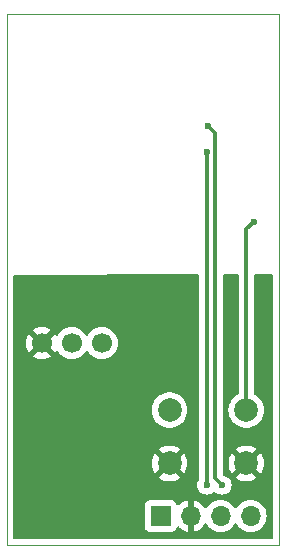
<source format=gbr>
%TF.GenerationSoftware,KiCad,Pcbnew,8.0.6*%
%TF.CreationDate,2024-10-25T11:33:00+01:00*%
%TF.ProjectId,ac-freedom_to-esphome,61632d66-7265-4656-946f-6d5f746f2d65,rev?*%
%TF.SameCoordinates,Original*%
%TF.FileFunction,Copper,L2,Bot*%
%TF.FilePolarity,Positive*%
%FSLAX46Y46*%
G04 Gerber Fmt 4.6, Leading zero omitted, Abs format (unit mm)*
G04 Created by KiCad (PCBNEW 8.0.6) date 2024-10-25 11:33:00*
%MOMM*%
%LPD*%
G01*
G04 APERTURE LIST*
%TA.AperFunction,ComponentPad*%
%ADD10R,1.700000X1.700000*%
%TD*%
%TA.AperFunction,ComponentPad*%
%ADD11O,1.700000X1.700000*%
%TD*%
%TA.AperFunction,ComponentPad*%
%ADD12C,1.700000*%
%TD*%
%TA.AperFunction,ComponentPad*%
%ADD13C,2.000000*%
%TD*%
%TA.AperFunction,ViaPad*%
%ADD14C,0.600000*%
%TD*%
%TA.AperFunction,Conductor*%
%ADD15C,0.300000*%
%TD*%
%TA.AperFunction,Profile*%
%ADD16C,0.050000*%
%TD*%
G04 APERTURE END LIST*
D10*
%TO.P,J2,1,Pin_1*%
%TO.N,VDD*%
X13000000Y2500000D03*
D11*
%TO.P,J2,2,Pin_2*%
%TO.N,GND*%
X15540000Y2500000D03*
%TO.P,J2,3,Pin_3*%
%TO.N,/UART_RX*%
X18080000Y2500000D03*
%TO.P,J2,4,Pin_4*%
%TO.N,/UART_TX*%
X20620000Y2500000D03*
%TD*%
D12*
%TO.P,J1,1,Pin_1*%
%TO.N,VCC*%
X8011400Y17120000D03*
%TO.P,J1,2,Pin_2*%
%TO.N,VDD*%
X5471400Y17120000D03*
%TO.P,J1,3,Pin_3*%
%TO.N,GND*%
X2931400Y17120000D03*
%TD*%
D13*
%TO.P,SW1,1,1*%
%TO.N,Net-(U1-GPIO0)*%
X13750000Y11450000D03*
X20250000Y11450000D03*
%TO.P,SW1,2,2*%
%TO.N,GND*%
X13750000Y6950000D03*
X20250000Y6950000D03*
%TD*%
D14*
%TO.N,/UART_RX*%
X16900000Y33300000D03*
X16900000Y5100000D03*
%TO.N,/UART_TX*%
X18200000Y5100000D03*
X17000000Y35500000D03*
%TO.N,Net-(U1-GPIO0)*%
X20900000Y27400000D03*
%TD*%
D15*
%TO.N,/UART_RX*%
X16900000Y5100000D02*
X16900000Y33300000D01*
%TO.N,/UART_TX*%
X17600000Y34900000D02*
X17000000Y35500000D01*
X17600000Y5700000D02*
X17600000Y34900000D01*
X18200000Y5100000D02*
X17600000Y5700000D01*
%TO.N,Net-(U1-GPIO0)*%
X20250000Y26750000D02*
X20250000Y11450000D01*
X20900000Y27400000D02*
X20250000Y26750000D01*
%TD*%
%TA.AperFunction,Conductor*%
%TO.N,GND*%
G36*
X22442085Y22977888D02*
G01*
X22488069Y22925283D01*
X22499500Y22873282D01*
X22499500Y624500D01*
X22479815Y557461D01*
X22427011Y511706D01*
X22375500Y500500D01*
X624500Y500500D01*
X557461Y520185D01*
X511706Y572989D01*
X500500Y624500D01*
X500500Y3397864D01*
X11649500Y3397864D01*
X11649500Y1602129D01*
X11649501Y1602123D01*
X11655908Y1542516D01*
X11706202Y1407671D01*
X11706206Y1407664D01*
X11792452Y1292455D01*
X11792455Y1292452D01*
X11907664Y1206206D01*
X11907671Y1206202D01*
X12042517Y1155908D01*
X12042516Y1155908D01*
X12102116Y1149501D01*
X12102119Y1149500D01*
X12102127Y1149500D01*
X12102134Y1149500D01*
X12102135Y1149500D01*
X13897870Y1149500D01*
X13897876Y1149501D01*
X13957483Y1155908D01*
X14092328Y1206202D01*
X14092335Y1206206D01*
X14207544Y1292452D01*
X14207547Y1292455D01*
X14293793Y1407664D01*
X14293797Y1407671D01*
X14343002Y1539598D01*
X14384873Y1595531D01*
X14450337Y1619949D01*
X14518610Y1605098D01*
X14546865Y1583947D01*
X14668921Y1461891D01*
X14862421Y1326399D01*
X15076507Y1226570D01*
X15076513Y1226567D01*
X15289999Y1169364D01*
X15290000Y1169364D01*
X15290000Y2066988D01*
X15347007Y2034075D01*
X15474174Y2000000D01*
X15605826Y2000000D01*
X15732993Y2034075D01*
X15790000Y2066988D01*
X15790000Y1169364D01*
X16003486Y1226567D01*
X16003492Y1226570D01*
X16217578Y1326399D01*
X16411082Y1461894D01*
X16578105Y1628917D01*
X16708119Y1814594D01*
X16762697Y1858219D01*
X16832195Y1865411D01*
X16894550Y1833889D01*
X16911269Y1814594D01*
X17041505Y1628599D01*
X17041506Y1628597D01*
X17208597Y1461506D01*
X17208604Y1461501D01*
X17402165Y1325967D01*
X17402169Y1325965D01*
X17616335Y1226098D01*
X17616344Y1226094D01*
X17844586Y1164938D01*
X17844596Y1164936D01*
X18079999Y1144341D01*
X18080000Y1144341D01*
X18080001Y1144341D01*
X18315403Y1164936D01*
X18315413Y1164938D01*
X18543655Y1226094D01*
X18543659Y1226096D01*
X18543663Y1226097D01*
X18757830Y1325965D01*
X18757834Y1325967D01*
X18951395Y1461501D01*
X18951402Y1461506D01*
X19118493Y1628597D01*
X19118495Y1628599D01*
X19248425Y1814158D01*
X19303002Y1857782D01*
X19372501Y1864975D01*
X19434855Y1833453D01*
X19451575Y1814158D01*
X19581505Y1628599D01*
X19581506Y1628597D01*
X19748597Y1461506D01*
X19748604Y1461501D01*
X19942165Y1325967D01*
X19942169Y1325965D01*
X20156335Y1226098D01*
X20156344Y1226094D01*
X20384586Y1164938D01*
X20384596Y1164936D01*
X20619999Y1144341D01*
X20620000Y1144341D01*
X20620001Y1144341D01*
X20855403Y1164936D01*
X20855413Y1164938D01*
X21083655Y1226094D01*
X21083659Y1226096D01*
X21083663Y1226097D01*
X21297830Y1325965D01*
X21297834Y1325967D01*
X21491395Y1461501D01*
X21491402Y1461506D01*
X21658493Y1628597D01*
X21658495Y1628599D01*
X21788425Y1814158D01*
X21794032Y1822165D01*
X21794034Y1822169D01*
X21794035Y1822170D01*
X21893903Y2036337D01*
X21955063Y2264592D01*
X21975659Y2500000D01*
X21955063Y2735408D01*
X21893903Y2963663D01*
X21794035Y3177829D01*
X21658495Y3371401D01*
X21491401Y3538495D01*
X21297830Y3674035D01*
X21083663Y3773903D01*
X20855408Y3835063D01*
X20659234Y3852226D01*
X20620001Y3855659D01*
X20619999Y3855659D01*
X20572918Y3851539D01*
X20384592Y3835063D01*
X20156337Y3773903D01*
X19942171Y3674035D01*
X19942169Y3674034D01*
X19748597Y3538494D01*
X19581506Y3371403D01*
X19581275Y3371073D01*
X19451573Y3185838D01*
X19396999Y3142215D01*
X19327500Y3135021D01*
X19265145Y3166543D01*
X19248428Y3185836D01*
X19118495Y3371401D01*
X18951401Y3538495D01*
X18757830Y3674035D01*
X18543663Y3773903D01*
X18315408Y3835063D01*
X18119234Y3852226D01*
X18080001Y3855659D01*
X18079999Y3855659D01*
X18032918Y3851539D01*
X17844592Y3835063D01*
X17616337Y3773903D01*
X17402171Y3674035D01*
X17402169Y3674034D01*
X17208597Y3538494D01*
X17041505Y3371402D01*
X16911269Y3185405D01*
X16856692Y3141780D01*
X16787194Y3134586D01*
X16724839Y3166109D01*
X16708119Y3185405D01*
X16578113Y3371073D01*
X16578108Y3371079D01*
X16411082Y3538105D01*
X16217578Y3673600D01*
X16003492Y3773429D01*
X16003483Y3773433D01*
X15790000Y3830633D01*
X15790000Y2933012D01*
X15732993Y2965925D01*
X15605826Y3000000D01*
X15474174Y3000000D01*
X15347007Y2965925D01*
X15290000Y2933012D01*
X15290000Y3830634D01*
X15076516Y3773433D01*
X15076507Y3773429D01*
X14862422Y3673600D01*
X14862420Y3673599D01*
X14668926Y3538113D01*
X14668920Y3538108D01*
X14546865Y3416053D01*
X14485542Y3382568D01*
X14415850Y3387552D01*
X14359917Y3429424D01*
X14343002Y3460402D01*
X14313875Y3538495D01*
X14293796Y3592331D01*
X14207546Y3707546D01*
X14092331Y3793796D01*
X13957483Y3844091D01*
X13897873Y3850500D01*
X12102128Y3850499D01*
X12053757Y3845299D01*
X12042516Y3844091D01*
X11907671Y3793797D01*
X11907664Y3793793D01*
X11792455Y3707547D01*
X11792452Y3707544D01*
X11706206Y3592335D01*
X11706202Y3592328D01*
X11655908Y3457482D01*
X11649501Y3397883D01*
X11649500Y3397864D01*
X500500Y3397864D01*
X500500Y6950005D01*
X12244859Y6950005D01*
X12244859Y6949994D01*
X12265385Y6702270D01*
X12265387Y6702261D01*
X12326412Y6461282D01*
X12426267Y6233632D01*
X12526564Y6080116D01*
X13226212Y6779764D01*
X13237482Y6737708D01*
X13309890Y6612292D01*
X13412292Y6509890D01*
X13537708Y6437482D01*
X13579765Y6426212D01*
X12879942Y5726390D01*
X12879942Y5726388D01*
X12926761Y5689949D01*
X13145390Y5571632D01*
X13145396Y5571630D01*
X13380506Y5490916D01*
X13625707Y5450000D01*
X13874293Y5450000D01*
X14119493Y5490916D01*
X14354603Y5571630D01*
X14354614Y5571635D01*
X14573229Y5689943D01*
X14620056Y5726389D01*
X14620057Y5726390D01*
X13920235Y6426212D01*
X13962292Y6437482D01*
X14087708Y6509890D01*
X14190110Y6612292D01*
X14262518Y6737708D01*
X14273787Y6779764D01*
X14973434Y6080116D01*
X15073731Y6233630D01*
X15173587Y6461282D01*
X15234612Y6702261D01*
X15234614Y6702270D01*
X15255141Y6949994D01*
X15255141Y6950005D01*
X15234614Y7197729D01*
X15234612Y7197738D01*
X15173587Y7438717D01*
X15073731Y7666369D01*
X14973434Y7819882D01*
X14273787Y7120235D01*
X14262518Y7162292D01*
X14190110Y7287708D01*
X14087708Y7390110D01*
X13962292Y7462518D01*
X13920234Y7473787D01*
X14620056Y8173609D01*
X14573231Y8210055D01*
X14573228Y8210057D01*
X14354614Y8328364D01*
X14354603Y8328369D01*
X14119493Y8409083D01*
X13874293Y8450000D01*
X13625707Y8450000D01*
X13380506Y8409083D01*
X13145396Y8328369D01*
X13145385Y8328364D01*
X12926770Y8210056D01*
X12926768Y8210055D01*
X12879942Y8173609D01*
X13579765Y7473787D01*
X13537708Y7462518D01*
X13412292Y7390110D01*
X13309890Y7287708D01*
X13237482Y7162292D01*
X13226212Y7120234D01*
X12526564Y7819882D01*
X12426266Y7666364D01*
X12326412Y7438717D01*
X12265387Y7197738D01*
X12265385Y7197729D01*
X12244859Y6950005D01*
X500500Y6950005D01*
X500500Y11450005D01*
X12244357Y11450005D01*
X12244357Y11449994D01*
X12264890Y11202187D01*
X12264892Y11202175D01*
X12325936Y10961118D01*
X12425826Y10733393D01*
X12561833Y10525217D01*
X12730257Y10342261D01*
X12926493Y10189524D01*
X13145188Y10071172D01*
X13145197Y10071169D01*
X13380383Y9990429D01*
X13625665Y9949500D01*
X13874335Y9949500D01*
X14119616Y9990429D01*
X14354802Y10071169D01*
X14354811Y10071172D01*
X14573506Y10189524D01*
X14573509Y10189526D01*
X14769744Y10342262D01*
X14938164Y10525215D01*
X14938166Y10525217D01*
X15074173Y10733393D01*
X15174063Y10961118D01*
X15235107Y11202175D01*
X15235109Y11202187D01*
X15255643Y11449994D01*
X15255643Y11450005D01*
X15235109Y11697812D01*
X15235108Y11697815D01*
X15235108Y11697821D01*
X15174063Y11938881D01*
X15074173Y12166607D01*
X14938164Y12374785D01*
X14769744Y12557738D01*
X14573509Y12710474D01*
X14354810Y12828828D01*
X14119614Y12909571D01*
X13874335Y12950500D01*
X13625665Y12950500D01*
X13380386Y12909571D01*
X13145190Y12828828D01*
X13145188Y12828827D01*
X13035840Y12769651D01*
X12926491Y12710474D01*
X12730256Y12557738D01*
X12594245Y12409991D01*
X12561833Y12374782D01*
X12425826Y12166606D01*
X12325936Y11938881D01*
X12264892Y11697824D01*
X12264890Y11697812D01*
X12244357Y11450005D01*
X500500Y11450005D01*
X500500Y17120001D01*
X1576243Y17120001D01*
X1576243Y17119998D01*
X1596830Y16884684D01*
X1596832Y16884673D01*
X1657966Y16656516D01*
X1657970Y16656507D01*
X1757802Y16442417D01*
X1816472Y16358626D01*
X1816473Y16358625D01*
X2448437Y16990589D01*
X2465475Y16927007D01*
X2531301Y16812993D01*
X2624393Y16719901D01*
X2738407Y16654075D01*
X2801990Y16637037D01*
X2170025Y16005073D01*
X2170026Y16005072D01*
X2253817Y15946402D01*
X2467907Y15846570D01*
X2467916Y15846566D01*
X2696073Y15785432D01*
X2696084Y15785430D01*
X2931398Y15764843D01*
X2931402Y15764843D01*
X3166715Y15785430D01*
X3166726Y15785432D01*
X3394883Y15846566D01*
X3394892Y15846570D01*
X3608979Y15946400D01*
X3608983Y15946402D01*
X3692773Y16005072D01*
X3692773Y16005073D01*
X3060810Y16637037D01*
X3124393Y16654075D01*
X3238407Y16719901D01*
X3331499Y16812993D01*
X3397325Y16927007D01*
X3414362Y16990589D01*
X4046325Y16358625D01*
X4099519Y16434594D01*
X4154096Y16478218D01*
X4223595Y16485411D01*
X4285949Y16453889D01*
X4302669Y16434594D01*
X4432905Y16248599D01*
X4432906Y16248597D01*
X4599997Y16081506D01*
X4600004Y16081501D01*
X4793565Y15945967D01*
X4793569Y15945965D01*
X5007735Y15846098D01*
X5007744Y15846094D01*
X5235986Y15784938D01*
X5235996Y15784936D01*
X5471399Y15764341D01*
X5471400Y15764341D01*
X5471401Y15764341D01*
X5706803Y15784936D01*
X5706813Y15784938D01*
X5935055Y15846094D01*
X5935059Y15846096D01*
X5935063Y15846097D01*
X6149230Y15945965D01*
X6149234Y15945967D01*
X6342795Y16081501D01*
X6342802Y16081506D01*
X6509893Y16248597D01*
X6509895Y16248599D01*
X6639825Y16434158D01*
X6694402Y16477782D01*
X6763901Y16484975D01*
X6826255Y16453453D01*
X6842975Y16434158D01*
X6972905Y16248599D01*
X6972906Y16248597D01*
X7139997Y16081506D01*
X7140004Y16081501D01*
X7333565Y15945967D01*
X7333569Y15945965D01*
X7547735Y15846098D01*
X7547744Y15846094D01*
X7775986Y15784938D01*
X7775996Y15784936D01*
X8011399Y15764341D01*
X8011400Y15764341D01*
X8011401Y15764341D01*
X8246803Y15784936D01*
X8246813Y15784938D01*
X8475055Y15846094D01*
X8475059Y15846096D01*
X8475063Y15846097D01*
X8689230Y15945965D01*
X8689234Y15945967D01*
X8882795Y16081501D01*
X8882802Y16081506D01*
X9049893Y16248597D01*
X9049895Y16248599D01*
X9179825Y16434158D01*
X9185432Y16442165D01*
X9185434Y16442169D01*
X9185435Y16442170D01*
X9285303Y16656337D01*
X9346463Y16884592D01*
X9367059Y17120000D01*
X9346463Y17355408D01*
X9285303Y17583663D01*
X9185435Y17797829D01*
X9049895Y17991401D01*
X8882801Y18158495D01*
X8689230Y18294035D01*
X8475063Y18393903D01*
X8246808Y18455063D01*
X8050634Y18472226D01*
X8011401Y18475659D01*
X8011399Y18475659D01*
X7964318Y18471539D01*
X7775992Y18455063D01*
X7547737Y18393903D01*
X7333571Y18294035D01*
X7333569Y18294034D01*
X7139997Y18158494D01*
X6972906Y17991403D01*
X6972905Y17991401D01*
X6842973Y17805838D01*
X6788399Y17762215D01*
X6718900Y17755021D01*
X6656545Y17786543D01*
X6639828Y17805836D01*
X6509895Y17991401D01*
X6342801Y18158495D01*
X6149230Y18294035D01*
X5935063Y18393903D01*
X5706808Y18455063D01*
X5510634Y18472226D01*
X5471401Y18475659D01*
X5471399Y18475659D01*
X5424318Y18471539D01*
X5235992Y18455063D01*
X5007737Y18393903D01*
X4793571Y18294035D01*
X4793569Y18294034D01*
X4599997Y18158494D01*
X4432905Y17991402D01*
X4302669Y17805405D01*
X4248092Y17761780D01*
X4178594Y17754586D01*
X4116239Y17786109D01*
X4099519Y17805405D01*
X4046325Y17881373D01*
X3414362Y17249410D01*
X3397325Y17312993D01*
X3331499Y17427007D01*
X3238407Y17520099D01*
X3124393Y17585925D01*
X3060809Y17602962D01*
X3692773Y18234925D01*
X3692773Y18234926D01*
X3608982Y18293598D01*
X3608978Y18293600D01*
X3394892Y18393429D01*
X3394883Y18393433D01*
X3166726Y18454567D01*
X3166715Y18454569D01*
X2931402Y18475157D01*
X2931398Y18475157D01*
X2696084Y18454569D01*
X2696073Y18454567D01*
X2467916Y18393433D01*
X2467907Y18393429D01*
X2253823Y18293600D01*
X2253821Y18293599D01*
X2170026Y18234925D01*
X2170025Y18234925D01*
X2801990Y17602962D01*
X2738407Y17585925D01*
X2624393Y17520099D01*
X2531301Y17427007D01*
X2465475Y17312993D01*
X2448437Y17249409D01*
X1816474Y17881373D01*
X1816473Y17881372D01*
X1757800Y17797578D01*
X1757799Y17797576D01*
X1657970Y17583492D01*
X1657966Y17583483D01*
X1596832Y17355326D01*
X1596830Y17355315D01*
X1576243Y17120001D01*
X500500Y17120001D01*
X500500Y22778713D01*
X520185Y22845752D01*
X572989Y22891507D01*
X623961Y22902712D01*
X16124961Y22970108D01*
X16192085Y22950715D01*
X16238069Y22898110D01*
X16249500Y22846109D01*
X16249500Y5605067D01*
X16230493Y5539094D01*
X16174211Y5449524D01*
X16114631Y5279254D01*
X16114630Y5279249D01*
X16094435Y5100003D01*
X16094435Y5099996D01*
X16114630Y4920750D01*
X16114631Y4920745D01*
X16174211Y4750476D01*
X16270184Y4597737D01*
X16397737Y4470184D01*
X16550476Y4374211D01*
X16720745Y4314631D01*
X16720750Y4314630D01*
X16899996Y4294435D01*
X16900000Y4294435D01*
X16900004Y4294435D01*
X17079249Y4314630D01*
X17079254Y4314631D01*
X17249523Y4374211D01*
X17402262Y4470184D01*
X17462319Y4530241D01*
X17523642Y4563726D01*
X17593334Y4558742D01*
X17637681Y4530241D01*
X17697737Y4470184D01*
X17850476Y4374211D01*
X18020745Y4314631D01*
X18020750Y4314630D01*
X18199996Y4294435D01*
X18200000Y4294435D01*
X18200004Y4294435D01*
X18379249Y4314630D01*
X18379254Y4314631D01*
X18549523Y4374211D01*
X18702262Y4470184D01*
X18829815Y4597737D01*
X18850000Y4629860D01*
X18925789Y4750478D01*
X18985368Y4920745D01*
X19005565Y5100000D01*
X18985368Y5279255D01*
X18925789Y5449522D01*
X18829816Y5602262D01*
X18702262Y5729816D01*
X18549522Y5825789D01*
X18379255Y5885368D01*
X18372025Y5886182D01*
X18307611Y5913245D01*
X18298228Y5921716D01*
X18286815Y5933130D01*
X18253333Y5994454D01*
X18250500Y6020807D01*
X18250500Y6950005D01*
X18744859Y6950005D01*
X18744859Y6949994D01*
X18765385Y6702270D01*
X18765387Y6702261D01*
X18826412Y6461282D01*
X18926267Y6233632D01*
X19026564Y6080116D01*
X19726212Y6779764D01*
X19737482Y6737708D01*
X19809890Y6612292D01*
X19912292Y6509890D01*
X20037708Y6437482D01*
X20079765Y6426212D01*
X19379942Y5726390D01*
X19379942Y5726388D01*
X19426761Y5689949D01*
X19645390Y5571632D01*
X19645396Y5571630D01*
X19880506Y5490916D01*
X20125707Y5450000D01*
X20374293Y5450000D01*
X20619493Y5490916D01*
X20854603Y5571630D01*
X20854614Y5571635D01*
X21073229Y5689943D01*
X21120056Y5726389D01*
X21120057Y5726390D01*
X20420235Y6426212D01*
X20462292Y6437482D01*
X20587708Y6509890D01*
X20690110Y6612292D01*
X20762518Y6737708D01*
X20773787Y6779764D01*
X21473434Y6080116D01*
X21573731Y6233630D01*
X21673587Y6461282D01*
X21734612Y6702261D01*
X21734614Y6702270D01*
X21755141Y6949994D01*
X21755141Y6950005D01*
X21734614Y7197729D01*
X21734612Y7197738D01*
X21673587Y7438717D01*
X21573731Y7666369D01*
X21473434Y7819882D01*
X20773787Y7120235D01*
X20762518Y7162292D01*
X20690110Y7287708D01*
X20587708Y7390110D01*
X20462292Y7462518D01*
X20420234Y7473787D01*
X21120056Y8173609D01*
X21073231Y8210055D01*
X21073228Y8210057D01*
X20854614Y8328364D01*
X20854603Y8328369D01*
X20619493Y8409083D01*
X20374293Y8450000D01*
X20125707Y8450000D01*
X19880506Y8409083D01*
X19645396Y8328369D01*
X19645385Y8328364D01*
X19426770Y8210056D01*
X19426768Y8210055D01*
X19379942Y8173609D01*
X20079765Y7473787D01*
X20037708Y7462518D01*
X19912292Y7390110D01*
X19809890Y7287708D01*
X19737482Y7162292D01*
X19726212Y7120234D01*
X19026564Y7819882D01*
X18926266Y7666364D01*
X18826412Y7438717D01*
X18765387Y7197738D01*
X18765385Y7197729D01*
X18744859Y6950005D01*
X18250500Y6950005D01*
X18250500Y22855887D01*
X18270185Y22922926D01*
X18322989Y22968681D01*
X18373961Y22979886D01*
X19474961Y22984673D01*
X19542085Y22965280D01*
X19588069Y22912675D01*
X19599500Y22860674D01*
X19599500Y12877989D01*
X19579815Y12810950D01*
X19534517Y12768934D01*
X19426492Y12710475D01*
X19426491Y12710474D01*
X19230256Y12557738D01*
X19092291Y12407868D01*
X19061833Y12374782D01*
X18925826Y12166606D01*
X18825936Y11938881D01*
X18764892Y11697824D01*
X18764890Y11697812D01*
X18744357Y11450005D01*
X18744357Y11449994D01*
X18764890Y11202187D01*
X18764892Y11202175D01*
X18825936Y10961118D01*
X18925826Y10733393D01*
X19061833Y10525217D01*
X19230257Y10342261D01*
X19426493Y10189524D01*
X19645188Y10071172D01*
X19645197Y10071169D01*
X19880383Y9990429D01*
X20125665Y9949500D01*
X20374335Y9949500D01*
X20619616Y9990429D01*
X20854802Y10071169D01*
X20854811Y10071172D01*
X21073506Y10189524D01*
X21073509Y10189526D01*
X21269744Y10342262D01*
X21438164Y10525215D01*
X21438166Y10525217D01*
X21574173Y10733393D01*
X21674063Y10961118D01*
X21735107Y11202175D01*
X21735109Y11202187D01*
X21755643Y11449994D01*
X21755643Y11450005D01*
X21735109Y11697812D01*
X21735108Y11697815D01*
X21735108Y11697821D01*
X21674063Y11938881D01*
X21574173Y12166607D01*
X21438164Y12374785D01*
X21269744Y12557738D01*
X21073509Y12710474D01*
X20965482Y12768934D01*
X20915892Y12818153D01*
X20900500Y12877989D01*
X20900500Y22867408D01*
X20920185Y22934447D01*
X20972989Y22980202D01*
X21023961Y22991407D01*
X22374961Y22997281D01*
X22442085Y22977888D01*
G37*
%TD.AperFunction*%
%TD*%
D16*
X0Y45000000D02*
X23000000Y45000000D01*
X23000000Y0D01*
X0Y0D01*
X0Y45000000D01*
M02*

</source>
